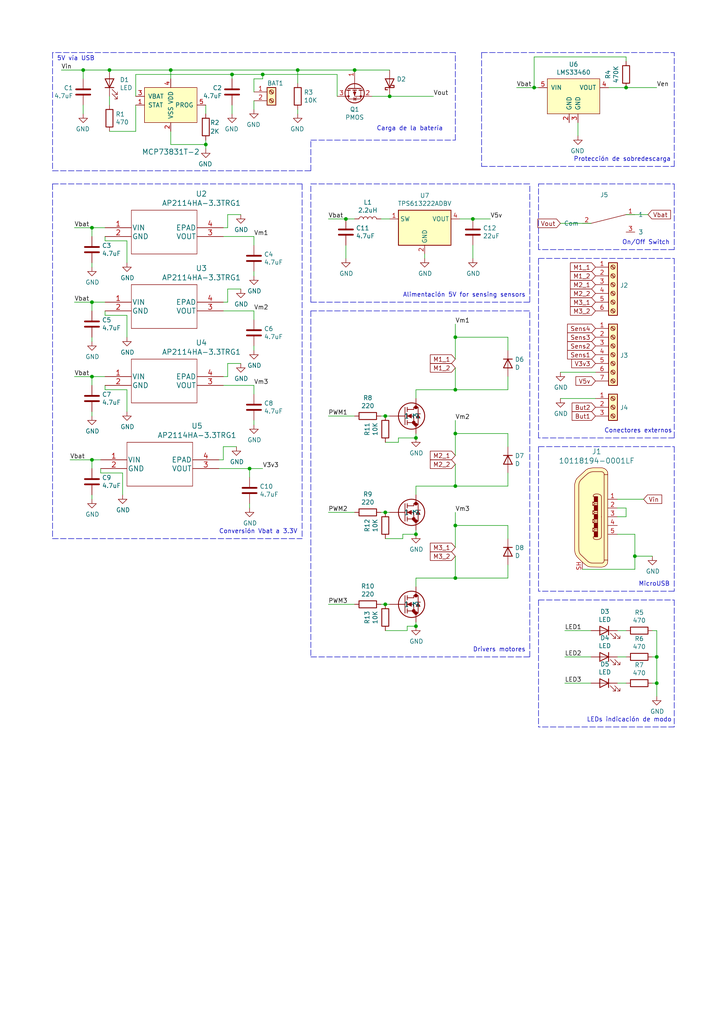
<source format=kicad_sch>
(kicad_sch (version 20210621) (generator eeschema)
  (paper "A4" portrait)
  (title_block (title "Schematics") (date "2021-10-20") (rev "03"))
  (lib_symbols
    (symbol "AP2114HA-3.3TRG1:AP2114HA-3.3TRG1" (pin_names (offset 0.254))
      (property "Reference" "U" (at 27.94 10.16 0))
      (property "Value" "AP2114HA-3.3TRG1" (at 27.94 7.62 0))
      (symbol "AP2114HA-3.3TRG1_1_1"
        (pin input line (at 0 0 0) (length 7.62) (name "VIN") (number "1"))
        (pin power_in line (at 0 -2.54 0) (length 7.62) (name "GND") (number "2"))
        (pin output line (at 34.29 -2.54 180) (length 7.62) (name "VOUT") (number "3"))
        (pin unspecified line (at 34.29 0 180) (length 7.62) (name "EPAD") (number "4"))
      )
    )
    (symbol "Connector:Screw_Terminal_01x02" (pin_names (offset 1.016) hide)
      (property "Reference" "J" (at 0 2.54 0))
      (property "Value" "Screw_Terminal_01x02" (at 0 -5.08 0))
      (symbol "Screw_Terminal_01x02_1_1"
        (pin passive line (at -5.08 0 0) (length 3.81) (name "Pin_1") (number "1"))
        (pin passive line (at -5.08 -2.54 0) (length 3.81) (name "Pin_2") (number "2"))
      )
    )
    (symbol "Connector:Screw_Terminal_01x03" (pin_names (offset 1.016) hide)
      (property "Reference" "J" (at 0 5.08 0))
      (property "Value" "Screw_Terminal_01x03" (at 0 -5.08 0))
      (symbol "Screw_Terminal_01x03_1_1"
        (pin passive line (at -5.08 2.54 0) (length 3.81) (name "Pin_1") (number "1"))
        (pin passive line (at -5.08 0 0) (length 3.81) (name "Pin_2") (number "2"))
        (pin passive line (at -5.08 -2.54 0) (length 3.81) (name "Pin_3") (number "3"))
      )
    )
    (symbol "Connector:Screw_Terminal_01x06" (pin_names (offset 1.016) hide)
      (property "Reference" "J" (at 0 7.62 0))
      (property "Value" "Screw_Terminal_01x06" (at 0 -10.16 0))
      (symbol "Screw_Terminal_01x06_1_1"
        (pin passive line (at -5.08 5.08 0) (length 3.81) (name "Pin_1") (number "1"))
        (pin passive line (at -5.08 2.54 0) (length 3.81) (name "Pin_2") (number "2"))
        (pin passive line (at -5.08 0 0) (length 3.81) (name "Pin_3") (number "3"))
        (pin passive line (at -5.08 -2.54 0) (length 3.81) (name "Pin_4") (number "4"))
        (pin passive line (at -5.08 -5.08 0) (length 3.81) (name "Pin_5") (number "5"))
        (pin passive line (at -5.08 -7.62 0) (length 3.81) (name "Pin_6") (number "6"))
      )
    )
    (symbol "Connector:Screw_Terminal_01x07" (pin_names (offset 1.016) hide)
      (property "Reference" "J" (at 0 10.16 0))
      (property "Value" "Screw_Terminal_01x07" (at 0 -10.16 0))
      (symbol "Screw_Terminal_01x07_1_1"
        (pin passive line (at -5.08 7.62 0) (length 3.81) (name "Pin_1") (number "1"))
        (pin passive line (at -5.08 5.08 0) (length 3.81) (name "Pin_2") (number "2"))
        (pin passive line (at -5.08 2.54 0) (length 3.81) (name "Pin_3") (number "3"))
        (pin passive line (at -5.08 0 0) (length 3.81) (name "Pin_4") (number "4"))
        (pin passive line (at -5.08 -2.54 0) (length 3.81) (name "Pin_5") (number "5"))
        (pin passive line (at -5.08 -5.08 0) (length 3.81) (name "Pin_6") (number "6"))
        (pin passive line (at -5.08 -7.62 0) (length 3.81) (name "Pin_7") (number "7"))
      )
    )
    (symbol "Device:C" (pin_numbers hide) (pin_names (offset 0.254))
      (property "Reference" "C" (at 0.635 2.54 0))
      (property "Value" "C" (at 0.635 -2.54 0))
      (symbol "C_1_1"
        (pin passive line (at 0 3.81 270) (length 2.794) (name "~") (number "1"))
        (pin passive line (at 0 -3.81 90) (length 2.794) (name "~") (number "2"))
      )
    )
    (symbol "Device:D" (pin_numbers hide) (pin_names (offset 1.016) hide)
      (property "Reference" "D" (at 0 2.54 0))
      (property "Value" "D" (at 0 -2.54 0))
      (symbol "D_1_1"
        (pin passive line (at -3.81 0 0) (length 2.54) (name "K") (number "1"))
        (pin passive line (at 3.81 0 180) (length 2.54) (name "A") (number "2"))
      )
    )
    (symbol "Device:D_Schottky" (pin_numbers hide) (pin_names (offset 1.016) hide)
      (property "Reference" "D" (at 0 2.54 0))
      (property "Value" "D_Schottky" (at 0 -2.54 0))
      (symbol "D_Schottky_1_1"
        (pin passive line (at -3.81 0 0) (length 2.54) (name "K") (number "1"))
        (pin passive line (at 3.81 0 180) (length 2.54) (name "A") (number "2"))
      )
    )
    (symbol "Device:L" (pin_numbers hide) (pin_names (offset 1.016) hide)
      (property "Reference" "L" (at -1.27 0 90))
      (property "Value" "L" (at 1.905 0 90))
      (symbol "L_1_1"
        (pin passive line (at 0 3.81 270) (length 1.27) (name "1") (number "1"))
        (pin passive line (at 0 -3.81 90) (length 1.27) (name "2") (number "2"))
      )
    )
    (symbol "Device:LED" (pin_numbers hide) (pin_names (offset 1.016) hide)
      (property "Reference" "D" (at 0 2.54 0))
      (property "Value" "LED" (at 0 -2.54 0))
      (symbol "LED_1_1"
        (pin passive line (at -3.81 0 0) (length 2.54) (name "K") (number "1"))
        (pin passive line (at 3.81 0 180) (length 2.54) (name "A") (number "2"))
      )
    )
    (symbol "Device:Q_PMOS_GSD" (pin_names (offset 0) hide)
      (property "Reference" "Q" (at 5.08 1.27 0))
      (property "Value" "Q_PMOS_GSD" (at 5.08 -1.27 0))
      (symbol "Q_PMOS_GSD_1_1"
        (pin input line (at -5.08 0 0) (length 2.54) (name "G") (number "1"))
        (pin passive line (at 2.54 -5.08 90) (length 2.54) (name "S") (number "2"))
        (pin passive line (at 2.54 5.08 270) (length 2.54) (name "D") (number "3"))
      )
    )
    (symbol "Device:R" (pin_numbers hide) (pin_names (offset 0))
      (property "Reference" "R" (at 2.032 0 90))
      (property "Value" "R" (at 0 0 90))
      (symbol "R_1_1"
        (pin passive line (at 0 3.81 270) (length 1.27) (name "~") (number "1"))
        (pin passive line (at 0 -3.81 90) (length 1.27) (name "~") (number "2"))
      )
    )
    (symbol "IRLML6246TRPBF:IRLML6246TRPBF" (pin_numbers hide) (pin_names (offset 1.524))
      (property "Reference" "MOSFET" (at 11.43 1.905 0))
      (property "Value" "IRLML6246TRPBF" (at 11.43 -5.08 0))
      (symbol "IRLML6246TRPBF_1_1"
        (pin unspecified line (at 0 0 0) (length 2.54) (name "1") (number "1"))
        (pin unspecified line (at 7.62 -5.08 90) (length 2.54) (name "2") (number "2"))
        (pin unspecified line (at 7.62 5.08 270) (length 2.54) (name "3") (number "3"))
      )
    )
    (symbol "Regulator_Switching:TPS613222ADBV"
      (property "Reference" "U" (at -7.62 6.35 0))
      (property "Value" "TPS613222ADBV" (at 2.54 6.35 0))
      (symbol "TPS613222ADBV_1_1"
        (pin power_in line (at -10.16 2.54 0) (length 2.54) (name "SW") (number "1"))
        (pin power_in line (at 0 -7.62 90) (length 2.54) (name "GND") (number "2"))
        (pin no_connect line (at -7.62 -2.54 0) (length 2.54) hide (name "NC") (number "3"))
        (pin power_out line (at 10.16 2.54 180) (length 2.54) (name "VOUT") (number "4"))
        (pin no_connect line (at 7.62 -2.54 180) (length 2.54) hide (name "NC") (number "5"))
      )
    )
    (symbol "dk_PMIC-Battery-Chargers:MCP73831T-2DCI_OT" (pin_names (offset 1.016))
      (property "Reference" "U" (at -5.08 3.556 0))
      (property "Value" "MCP73831T-2DCI_OT" (at 0.254 -8.89 0))
      (symbol "MCP73831T-2DCI_OT_1_1"
        (pin output line (at 10.16 -2.54 180) (length 2.54) (name "STAT") (number "1"))
        (pin power_in line (at 0 -10.16 90) (length 2.54) (name "VSS") (number "2"))
        (pin power_out line (at 10.16 0 180) (length 2.54) (name "VBAT") (number "3"))
        (pin power_in line (at 0 5.08 270) (length 2.54) (name "VDD") (number "4"))
        (pin input line (at -10.16 -2.54 0) (length 2.54) (name "PROG") (number "5"))
      )
    )
    (symbol "dk_Slide-Switches:MiniSlideSwitch" (pin_names (offset 1.016))
      (property "Reference" "U" (at 0 5.08 0))
      (property "Value" "MiniSlideSwitch" (at 0 -6.35 0))
      (symbol "MiniSlideSwitch_1_1"
        (pin input line (at 5.08 2.54 0) (length 2.54) (name "1") (number "1"))
        (pin input line (at -5.08 0 180) (length 2.54) (name "Com") (number "2"))
        (pin input line (at 5.08 -2.54 0) (length 2.54) (name "3") (number "3"))
      )
    )
    (symbol "dk_USB-DVI-HDMI-Connectors:10118194-0001LF" (pin_names (offset 1.016))
      (property "Reference" "J" (at -4.445 15.24 0))
      (property "Value" "10118194-0001LF" (at -6.35 -7.62 90))
      (symbol "10118194-0001LF_1_1"
        (pin passive line (at 7.62 5.08 180) (length 2.794) (name "~") (number "1"))
        (pin passive line (at 7.62 2.54 180) (length 2.794) (name "~") (number "2"))
        (pin passive line (at 7.62 0 180) (length 2.794) (name "~") (number "3"))
        (pin passive line (at 7.62 -2.54 180) (length 2.794) (name "~") (number "4"))
        (pin passive line (at 7.62 -5.08 180) (length 2.794) (name "~") (number "5"))
        (pin passive line (at -2.54 -15.24 90) (length 2.032) (name "~") (number "SH"))
      )
    )
    (symbol "eROS-rescue:LMS33460-LMS33460" (pin_names (offset 1.016))
      (property "Reference" "U" (at 0 10.16 0))
      (property "Value" "LMS33460-LMS33460" (at 0 7.62 0))
      (symbol "LMS33460-LMS33460_1_1"
        (pin no_connect line (at 10.16 1.27 180) (length 2.54) hide (name "NC") (number "1"))
        (pin power_in line (at -1.27 -6.35 90) (length 2.54) (name "GND") (number "2"))
        (pin power_in line (at 1.27 -6.35 90) (length 2.54) (name "GND") (number "3"))
        (pin open_collector line (at 10.16 3.81 180) (length 2.54) (name "VOUT") (number "4"))
        (pin input line (at -10.16 3.81 0) (length 2.54) (name "VIN") (number "5"))
      )
    )
    (symbol "power:GND" (power) (pin_names (offset 0))
      (property "Value" "GND" (at 0 -3.81 0))
      (symbol "GND_1_1"
        (pin power_in line (at 0 0 270) (length 0) hide (name "GND") (number "1"))
      )
    )
  )
  (junction (at 24.13 20.32))
  (junction (at 26.67 66.04))
  (junction (at 26.67 87.63))
  (junction (at 26.67 109.22))
  (junction (at 26.67 133.35))
  (junction (at 31.75 20.32))
  (junction (at 49.53 20.32))
  (junction (at 59.69 41.91))
  (junction (at 67.31 21.59))
  (junction (at 72.39 135.89))
  (junction (at 76.2 21.59))
  (junction (at 86.36 20.32))
  (junction (at 100.33 63.5))
  (junction (at 102.87 20.32))
  (junction (at 111.76 120.65))
  (junction (at 111.76 148.59))
  (junction (at 111.76 175.26))
  (junction (at 113.03 27.94))
  (junction (at 120.65 127))
  (junction (at 120.65 154.94))
  (junction (at 120.65 181.61))
  (junction (at 132.08 97.79))
  (junction (at 132.08 113.03))
  (junction (at 132.08 125.73))
  (junction (at 132.08 140.97))
  (junction (at 132.08 152.4))
  (junction (at 132.08 167.64))
  (junction (at 137.16 63.5))
  (junction (at 154.94 25.4))
  (junction (at 181.61 25.4))
  (junction (at 184.15 161.29))
  (junction (at 190.5 190.5))
  (junction (at 190.5 198.12))
  (wire (pts (xy 17.78 20.32) (xy 24.13 20.32)))
  (wire (pts (xy 20.32 133.35) (xy 26.67 133.35)))
  (wire (pts (xy 21.59 66.04) (xy 26.67 66.04)))
  (wire (pts (xy 21.59 87.63) (xy 26.67 87.63)))
  (wire (pts (xy 21.59 109.22) (xy 26.67 109.22)))
  (wire (pts (xy 24.13 20.32) (xy 31.75 20.32)))
  (wire (pts (xy 24.13 22.86) (xy 24.13 20.32)))
  (wire (pts (xy 24.13 33.02) (xy 24.13 30.48)))
  (wire (pts (xy 26.67 66.04) (xy 30.48 66.04)))
  (wire (pts (xy 26.67 68.58) (xy 26.67 66.04)))
  (wire (pts (xy 26.67 77.47) (xy 26.67 76.2)))
  (wire (pts (xy 26.67 87.63) (xy 30.48 87.63)))
  (wire (pts (xy 26.67 90.17) (xy 26.67 87.63)))
  (wire (pts (xy 26.67 99.06) (xy 26.67 97.79)))
  (wire (pts (xy 26.67 109.22) (xy 30.48 109.22)))
  (wire (pts (xy 26.67 111.76) (xy 26.67 109.22)))
  (wire (pts (xy 26.67 120.65) (xy 26.67 119.38)))
  (wire (pts (xy 26.67 133.35) (xy 29.21 133.35)))
  (wire (pts (xy 26.67 135.89) (xy 26.67 133.35)))
  (wire (pts (xy 26.67 144.78) (xy 26.67 143.51)))
  (wire (pts (xy 29.21 135.89) (xy 29.21 137.16)))
  (wire (pts (xy 29.21 137.16) (xy 35.56 137.16)))
  (wire (pts (xy 30.48 68.58) (xy 30.48 69.85)))
  (wire (pts (xy 30.48 69.85) (xy 36.83 69.85)))
  (wire (pts (xy 30.48 90.17) (xy 30.48 91.44)))
  (wire (pts (xy 30.48 91.44) (xy 36.83 91.44)))
  (wire (pts (xy 30.48 111.76) (xy 30.48 113.03)))
  (wire (pts (xy 30.48 113.03) (xy 36.83 113.03)))
  (wire (pts (xy 31.75 20.32) (xy 49.53 20.32)))
  (wire (pts (xy 31.75 27.94) (xy 31.75 30.48)))
  (wire (pts (xy 31.75 38.1) (xy 39.37 38.1)))
  (wire (pts (xy 35.56 137.16) (xy 35.56 143.51)))
  (wire (pts (xy 36.83 69.85) (xy 36.83 76.2)))
  (wire (pts (xy 36.83 91.44) (xy 36.83 97.79)))
  (wire (pts (xy 36.83 113.03) (xy 36.83 119.38)))
  (wire (pts (xy 39.37 21.59) (xy 39.37 27.94)))
  (wire (pts (xy 39.37 38.1) (xy 39.37 30.48)))
  (wire (pts (xy 49.53 20.32) (xy 86.36 20.32)))
  (wire (pts (xy 49.53 22.86) (xy 49.53 20.32)))
  (wire (pts (xy 49.53 38.1) (xy 49.53 41.91)))
  (wire (pts (xy 49.53 41.91) (xy 59.69 41.91)))
  (wire (pts (xy 59.69 30.48) (xy 59.69 33.02)))
  (wire (pts (xy 59.69 40.64) (xy 59.69 41.91)))
  (wire (pts (xy 59.69 41.91) (xy 59.69 43.18)))
  (wire (pts (xy 63.5 135.89) (xy 72.39 135.89)))
  (wire (pts (xy 64.77 66.04) (xy 66.04 66.04)))
  (wire (pts (xy 64.77 68.58) (xy 73.66 68.58)))
  (wire (pts (xy 64.77 90.17) (xy 73.66 90.17)))
  (wire (pts (xy 64.77 111.76) (xy 73.66 111.76)))
  (wire (pts (xy 64.77 129.54) (xy 68.58 129.54)))
  (wire (pts (xy 64.77 133.35) (xy 63.5 133.35)))
  (wire (pts (xy 64.77 133.35) (xy 64.77 129.54)))
  (wire (pts (xy 66.04 62.23) (xy 69.85 62.23)))
  (wire (pts (xy 66.04 66.04) (xy 66.04 62.23)))
  (wire (pts (xy 66.04 83.82) (xy 69.85 83.82)))
  (wire (pts (xy 66.04 87.63) (xy 64.77 87.63)))
  (wire (pts (xy 66.04 87.63) (xy 66.04 83.82)))
  (wire (pts (xy 66.04 105.41) (xy 69.85 105.41)))
  (wire (pts (xy 66.04 109.22) (xy 64.77 109.22)))
  (wire (pts (xy 66.04 109.22) (xy 66.04 105.41)))
  (wire (pts (xy 67.31 21.59) (xy 39.37 21.59)))
  (wire (pts (xy 67.31 21.59) (xy 67.31 22.86)))
  (wire (pts (xy 67.31 21.59) (xy 76.2 21.59)))
  (wire (pts (xy 67.31 30.48) (xy 67.31 33.02)))
  (wire (pts (xy 72.39 135.89) (xy 76.2 135.89)))
  (wire (pts (xy 72.39 138.43) (xy 72.39 135.89)))
  (wire (pts (xy 72.39 147.32) (xy 72.39 146.05)))
  (wire (pts (xy 73.66 22.86) (xy 73.66 26.67)))
  (wire (pts (xy 73.66 31.75) (xy 73.66 29.21)))
  (wire (pts (xy 73.66 71.12) (xy 73.66 68.58)))
  (wire (pts (xy 73.66 80.01) (xy 73.66 78.74)))
  (wire (pts (xy 73.66 92.71) (xy 73.66 90.17)))
  (wire (pts (xy 73.66 101.6) (xy 73.66 100.33)))
  (wire (pts (xy 73.66 114.3) (xy 73.66 111.76)))
  (wire (pts (xy 73.66 123.19) (xy 73.66 121.92)))
  (wire (pts (xy 76.2 21.59) (xy 76.2 22.86)))
  (wire (pts (xy 76.2 22.86) (xy 73.66 22.86)))
  (wire (pts (xy 86.36 20.32) (xy 86.36 24.13)))
  (wire (pts (xy 86.36 20.32) (xy 102.87 20.32)))
  (wire (pts (xy 86.36 31.75) (xy 86.36 33.02)))
  (wire (pts (xy 95.25 63.5) (xy 100.33 63.5)))
  (wire (pts (xy 95.25 120.65) (xy 102.87 120.65)))
  (wire (pts (xy 95.25 148.59) (xy 102.87 148.59)))
  (wire (pts (xy 95.25 175.26) (xy 102.87 175.26)))
  (wire (pts (xy 97.79 21.59) (xy 76.2 21.59)))
  (wire (pts (xy 97.79 27.94) (xy 97.79 21.59)))
  (wire (pts (xy 100.33 63.5) (xy 102.87 63.5)))
  (wire (pts (xy 100.33 71.12) (xy 100.33 74.93)))
  (wire (pts (xy 107.95 27.94) (xy 113.03 27.94)))
  (wire (pts (xy 110.49 63.5) (xy 113.03 63.5)))
  (wire (pts (xy 110.49 120.65) (xy 111.76 120.65)))
  (wire (pts (xy 110.49 148.59) (xy 111.76 148.59)))
  (wire (pts (xy 110.49 175.26) (xy 111.76 175.26)))
  (wire (pts (xy 111.76 120.65) (xy 113.03 120.65)))
  (wire (pts (xy 111.76 128.27) (xy 115.57 128.27)))
  (wire (pts (xy 111.76 148.59) (xy 113.03 148.59)))
  (wire (pts (xy 111.76 156.21) (xy 116.84 156.21)))
  (wire (pts (xy 111.76 175.26) (xy 113.03 175.26)))
  (wire (pts (xy 111.76 182.88) (xy 118.11 182.88)))
  (wire (pts (xy 113.03 20.32) (xy 102.87 20.32)))
  (wire (pts (xy 113.03 27.94) (xy 125.73 27.94)))
  (wire (pts (xy 115.57 127) (xy 120.65 127)))
  (wire (pts (xy 115.57 128.27) (xy 115.57 127)))
  (wire (pts (xy 116.84 154.94) (xy 120.65 154.94)))
  (wire (pts (xy 116.84 156.21) (xy 116.84 154.94)))
  (wire (pts (xy 118.11 181.61) (xy 120.65 181.61)))
  (wire (pts (xy 118.11 182.88) (xy 118.11 181.61)))
  (wire (pts (xy 120.65 113.03) (xy 120.65 115.57)))
  (wire (pts (xy 120.65 125.73) (xy 120.65 127)))
  (wire (pts (xy 120.65 140.97) (xy 120.65 143.51)))
  (wire (pts (xy 120.65 153.67) (xy 120.65 154.94)))
  (wire (pts (xy 120.65 167.64) (xy 120.65 170.18)))
  (wire (pts (xy 120.65 180.34) (xy 120.65 181.61)))
  (wire (pts (xy 123.19 73.66) (xy 123.19 74.93)))
  (wire (pts (xy 132.08 93.98) (xy 132.08 97.79)))
  (wire (pts (xy 132.08 97.79) (xy 132.08 104.14)))
  (wire (pts (xy 132.08 106.68) (xy 132.08 113.03)))
  (wire (pts (xy 132.08 113.03) (xy 120.65 113.03)))
  (wire (pts (xy 132.08 113.03) (xy 147.32 113.03)))
  (wire (pts (xy 132.08 121.92) (xy 132.08 125.73)))
  (wire (pts (xy 132.08 125.73) (xy 132.08 132.08)))
  (wire (pts (xy 132.08 134.62) (xy 132.08 140.97)))
  (wire (pts (xy 132.08 140.97) (xy 120.65 140.97)))
  (wire (pts (xy 132.08 140.97) (xy 147.32 140.97)))
  (wire (pts (xy 132.08 148.59) (xy 132.08 152.4)))
  (wire (pts (xy 132.08 152.4) (xy 132.08 158.75)))
  (wire (pts (xy 132.08 161.29) (xy 132.08 167.64)))
  (wire (pts (xy 132.08 167.64) (xy 120.65 167.64)))
  (wire (pts (xy 132.08 167.64) (xy 147.32 167.64)))
  (wire (pts (xy 137.16 63.5) (xy 133.35 63.5)))
  (wire (pts (xy 137.16 63.5) (xy 142.24 63.5)))
  (wire (pts (xy 137.16 74.93) (xy 137.16 71.12)))
  (wire (pts (xy 147.32 97.79) (xy 132.08 97.79)))
  (wire (pts (xy 147.32 101.6) (xy 147.32 97.79)))
  (wire (pts (xy 147.32 109.22) (xy 147.32 113.03)))
  (wire (pts (xy 147.32 125.73) (xy 132.08 125.73)))
  (wire (pts (xy 147.32 129.54) (xy 147.32 125.73)))
  (wire (pts (xy 147.32 137.16) (xy 147.32 140.97)))
  (wire (pts (xy 147.32 152.4) (xy 132.08 152.4)))
  (wire (pts (xy 147.32 156.21) (xy 147.32 152.4)))
  (wire (pts (xy 147.32 163.83) (xy 147.32 167.64)))
  (wire (pts (xy 149.86 25.4) (xy 154.94 25.4)))
  (wire (pts (xy 154.94 16.51) (xy 154.94 25.4)))
  (wire (pts (xy 154.94 16.51) (xy 181.61 16.51)))
  (wire (pts (xy 154.94 25.4) (xy 156.21 25.4)))
  (wire (pts (xy 162.56 107.95) (xy 172.72 107.95)))
  (wire (pts (xy 162.56 115.57) (xy 172.72 115.57)))
  (wire (pts (xy 163.83 182.88) (xy 171.45 182.88)))
  (wire (pts (xy 163.83 190.5) (xy 171.45 190.5)))
  (wire (pts (xy 163.83 198.12) (xy 171.45 198.12)))
  (wire (pts (xy 167.64 35.56) (xy 167.64 39.37)))
  (wire (pts (xy 168.91 165.1) (xy 184.15 165.1)))
  (wire (pts (xy 171.45 64.77) (xy 162.56 64.77)))
  (wire (pts (xy 176.53 25.4) (xy 181.61 25.4)))
  (wire (pts (xy 179.07 144.78) (xy 186.69 144.78)))
  (wire (pts (xy 179.07 147.32) (xy 181.61 147.32)))
  (wire (pts (xy 179.07 154.94) (xy 184.15 154.94)))
  (wire (pts (xy 179.07 182.88) (xy 181.61 182.88)))
  (wire (pts (xy 179.07 190.5) (xy 181.61 190.5)))
  (wire (pts (xy 179.07 198.12) (xy 181.61 198.12)))
  (wire (pts (xy 181.61 17.78) (xy 181.61 16.51)))
  (wire (pts (xy 181.61 25.4) (xy 190.5 25.4)))
  (wire (pts (xy 181.61 147.32) (xy 181.61 149.86)))
  (wire (pts (xy 181.61 149.86) (xy 179.07 149.86)))
  (wire (pts (xy 184.15 154.94) (xy 184.15 161.29)))
  (wire (pts (xy 184.15 161.29) (xy 189.23 161.29)))
  (wire (pts (xy 184.15 165.1) (xy 184.15 161.29)))
  (wire (pts (xy 187.96 62.23) (xy 181.61 62.23)))
  (wire (pts (xy 189.23 190.5) (xy 190.5 190.5)))
  (wire (pts (xy 189.23 198.12) (xy 190.5 198.12)))
  (wire (pts (xy 190.5 182.88) (xy 189.23 182.88)))
  (wire (pts (xy 190.5 182.88) (xy 190.5 190.5)))
  (wire (pts (xy 190.5 190.5) (xy 190.5 198.12)))
  (wire (pts (xy 190.5 198.12) (xy 190.5 201.93)))
  (polyline (pts (xy 15.24 15.24) (xy 15.24 49.53)))
  (polyline (pts (xy 15.24 49.53) (xy 90.17 49.53)))
  (polyline (pts (xy 15.24 53.34) (xy 15.24 156.21)))
  (polyline (pts (xy 15.24 53.34) (xy 87.63 53.34)))
  (polyline (pts (xy 15.24 156.21) (xy 87.63 156.21)))
  (polyline (pts (xy 87.63 53.34) (xy 87.63 156.21)))
  (polyline (pts (xy 90.17 40.64) (xy 132.08 40.64)))
  (polyline (pts (xy 90.17 49.53) (xy 90.17 40.64)))
  (polyline (pts (xy 90.17 53.34) (xy 153.67 53.34)))
  (polyline (pts (xy 90.17 87.63) (xy 90.17 53.34)))
  (polyline (pts (xy 90.17 87.63) (xy 153.67 87.63)))
  (polyline (pts (xy 90.17 90.17) (xy 90.17 190.5)))
  (polyline (pts (xy 90.17 90.17) (xy 153.67 90.17)))
  (polyline (pts (xy 90.17 190.5) (xy 153.67 190.5)))
  (polyline (pts (xy 132.08 15.24) (xy 15.24 15.24)))
  (polyline (pts (xy 132.08 40.64) (xy 132.08 15.24)))
  (polyline (pts (xy 139.7 15.24) (xy 139.7 48.26)))
  (polyline (pts (xy 139.7 15.24) (xy 195.58 15.24)))
  (polyline (pts (xy 139.7 48.26) (xy 195.58 48.26)))
  (polyline (pts (xy 153.67 87.63) (xy 153.67 53.34)))
  (polyline (pts (xy 153.67 190.5) (xy 153.67 90.17)))
  (polyline (pts (xy 156.21 53.34) (xy 195.58 53.34)))
  (polyline (pts (xy 156.21 72.39) (xy 156.21 53.34)))
  (polyline (pts (xy 156.21 74.93) (xy 195.58 74.93)))
  (polyline (pts (xy 156.21 127) (xy 156.21 74.93)))
  (polyline (pts (xy 156.21 129.54) (xy 156.21 171.45)))
  (polyline (pts (xy 156.21 129.54) (xy 195.58 129.54)))
  (polyline (pts (xy 156.21 173.99) (xy 156.21 210.82)))
  (polyline (pts (xy 156.21 173.99) (xy 195.58 173.99)))
  (polyline (pts (xy 195.58 48.26) (xy 195.58 15.24)))
  (polyline (pts (xy 195.58 53.34) (xy 195.58 72.39)))
  (polyline (pts (xy 195.58 72.39) (xy 156.21 72.39)))
  (polyline (pts (xy 195.58 74.93) (xy 195.58 127)))
  (polyline (pts (xy 195.58 127) (xy 156.21 127)))
  (polyline (pts (xy 195.58 129.54) (xy 195.58 171.45)))
  (polyline (pts (xy 195.58 171.45) (xy 156.21 171.45)))
  (polyline (pts (xy 195.58 173.99) (xy 195.58 210.82)))
  (polyline (pts (xy 195.58 210.82) (xy 156.21 210.82)))
  (text "5V vía USB" (at 16.51 17.78 0) (effects (font (size 1.27 1.27)) (justify left bottom)))
  (text "Conversión Vbat a 3.3V" (at 63.5 154.94 0) (effects (font (size 1.27 1.27)) (justify left bottom)))
  (text "Carga de la batería" (at 109.22 38.1 0) (effects (font (size 1.27 1.27)) (justify left bottom)))
  (text "Alimentación 5V for sensing sensors" (at 116.84 86.36 0) (effects (font (size 1.27 1.27)) (justify left bottom)))
  (text "Drivers motores" (at 137.16 189.23 0) (effects (font (size 1.27 1.27)) (justify left bottom)))
  (text "Protección de sobredescarga" (at 166.37 46.99 0) (effects (font (size 1.27 1.27)) (justify left bottom)))
  (text "LEDs indicación de modo" (at 170.18 209.55 0) (effects (font (size 1.27 1.27)) (justify left bottom)))
  (text "Conectores externos" (at 175.26 125.73 0) (effects (font (size 1.27 1.27)) (justify left bottom)))
  (text "On/Off Switch" (at 194.31 71.12 180) (effects (font (size 1.27 1.27)) (justify right bottom)))
  (text "MicroUSB" (at 194.31 170.18 180) (effects (font (size 1.27 1.27)) (justify right bottom)))
  (label "Vin" (at 17.78 20.32 0))
  (label "Vbat" (at 20.32 133.35 0))
  (label "Vbat" (at 21.59 66.04 0))
  (label "Vbat" (at 21.59 87.63 0))
  (label "Vbat" (at 21.59 109.22 0))
  (label "Vm1" (at 73.66 68.58 0))
  (label "Vm2" (at 73.66 90.17 0))
  (label "Vm3" (at 73.66 111.76 0))
  (label "V3v3" (at 76.2 135.89 0))
  (label "Vbat" (at 95.25 63.5 0))
  (label "PWM1" (at 95.25 120.65 0))
  (label "PWM2" (at 95.25 148.59 0))
  (label "PWM3" (at 95.25 175.26 0))
  (label "Vout" (at 125.73 27.94 0))
  (label "Vm1" (at 132.08 93.98 0))
  (label "Vm2" (at 132.08 121.92 0))
  (label "Vm3" (at 132.08 148.59 0))
  (label "V5v" (at 142.24 63.5 0))
  (label "Vbat" (at 149.86 25.4 0))
  (label "LED1" (at 163.83 182.88 0))
  (label "LED2" (at 163.83 190.5 0))
  (label "LED3" (at 163.83 198.12 0))
  (label "Ven" (at 190.5 25.4 0))
  (global_label "M1_1" (shape input) (at 132.08 104.14 180) (property "Intersheet References" "${INTERSHEET_REFS}" (effects hide)))
  (global_label "M1_2" (shape input) (at 132.08 106.68 180) (property "Intersheet References" "${INTERSHEET_REFS}" (effects hide)))
  (global_label "M2_1" (shape input) (at 132.08 132.08 180) (property "Intersheet References" "${INTERSHEET_REFS}" (effects hide)))
  (global_label "M2_2" (shape input) (at 132.08 134.62 180) (property "Intersheet References" "${INTERSHEET_REFS}" (effects hide)))
  (global_label "M3_1" (shape input) (at 132.08 158.75 180) (property "Intersheet References" "${INTERSHEET_REFS}" (effects hide)))
  (global_label "M3_2" (shape input) (at 132.08 161.29 180) (property "Intersheet References" "${INTERSHEET_REFS}" (effects hide)))
  (global_label "Vout" (shape input) (at 162.56 64.77 180) (property "Intersheet References" "${INTERSHEET_REFS}" (effects hide)))
  (global_label "M1_1" (shape input) (at 172.72 77.47 180) (property "Intersheet References" "${INTERSHEET_REFS}" (effects hide)))
  (global_label "M1_2" (shape input) (at 172.72 80.01 180) (property "Intersheet References" "${INTERSHEET_REFS}" (effects hide)))
  (global_label "M2_1" (shape input) (at 172.72 82.55 180) (property "Intersheet References" "${INTERSHEET_REFS}" (effects hide)))
  (global_label "M2_2" (shape input) (at 172.72 85.09 180) (property "Intersheet References" "${INTERSHEET_REFS}" (effects hide)))
  (global_label "M3_1" (shape input) (at 172.72 87.63 180) (property "Intersheet References" "${INTERSHEET_REFS}" (effects hide)))
  (global_label "M3_2" (shape input) (at 172.72 90.17 180) (property "Intersheet References" "${INTERSHEET_REFS}" (effects hide)))
  (global_label "Sens4" (shape input) (at 172.72 95.25 180) (property "Intersheet References" "${INTERSHEET_REFS}" (effects hide)))
  (global_label "Sens3" (shape input) (at 172.72 97.79 180) (property "Intersheet References" "${INTERSHEET_REFS}" (effects hide)))
  (global_label "Sens2" (shape input) (at 172.72 100.33 180) (property "Intersheet References" "${INTERSHEET_REFS}" (effects hide)))
  (global_label "Sens1" (shape input) (at 172.72 102.87 180) (property "Intersheet References" "${INTERSHEET_REFS}" (effects hide)))
  (global_label "V3v3" (shape input) (at 172.72 105.41 180) (property "Intersheet References" "${INTERSHEET_REFS}" (effects hide)))
  (global_label "V5v" (shape input) (at 172.72 110.49 180) (property "Intersheet References" "${INTERSHEET_REFS}" (effects hide)))
  (global_label "But2" (shape input) (at 172.72 118.11 180) (property "Intersheet References" "${INTERSHEET_REFS}" (effects hide)))
  (global_label "But1" (shape input) (at 172.72 120.65 180) (property "Intersheet References" "${INTERSHEET_REFS}" (effects hide)))
  (global_label "Vin" (shape input) (at 186.69 144.78 0) (property "Intersheet References" "${INTERSHEET_REFS}" (effects hide)))
  (global_label "Vbat" (shape input) (at 187.96 62.23 0) (property "Intersheet References" "${INTERSHEET_REFS}" (effects hide)))
  (symbol (lib_id "power:GND") (at 24.13 33.02 0) (mirror y) (unit 1)
    (property "Reference" "#PWR0107" (effects hide))
    (property "Value" "GND" (at 24.003 37.4142 0))
  )
  (symbol (lib_id "power:GND") (at 26.67 77.47 0) (unit 1)
    (property "Reference" "#PWR0101" (effects hide))
    (property "Value" "GND" (at 26.797 81.8642 0))
  )
  (symbol (lib_id "power:GND") (at 26.67 99.06 0) (unit 1)
    (property "Reference" "#PWR0117" (effects hide))
    (property "Value" "GND" (at 26.797 103.4542 0))
  )
  (symbol (lib_id "power:GND") (at 26.67 120.65 0) (unit 1)
    (property "Reference" "#PWR0121" (effects hide))
    (property "Value" "GND" (at 26.797 125.0442 0))
  )
  (symbol (lib_id "power:GND") (at 26.67 144.78 0) (unit 1)
    (property "Reference" "#PWR0127" (effects hide))
    (property "Value" "GND" (at 26.797 149.1742 0))
  )
  (symbol (lib_id "power:GND") (at 35.56 143.51 0) (unit 1)
    (property "Reference" "#PWR0128" (effects hide))
    (property "Value" "GND" (at 35.687 147.9042 0))
  )
  (symbol (lib_id "power:GND") (at 36.83 76.2 0) (unit 1)
    (property "Reference" "#PWR0102" (effects hide))
    (property "Value" "GND" (at 36.957 80.5942 0))
  )
  (symbol (lib_id "power:GND") (at 36.83 97.79 0) (unit 1)
    (property "Reference" "#PWR0118" (effects hide))
    (property "Value" "GND" (at 36.957 102.1842 0))
  )
  (symbol (lib_id "power:GND") (at 36.83 119.38 0) (unit 1)
    (property "Reference" "#PWR0122" (effects hide))
    (property "Value" "GND" (at 36.957 123.7742 0))
  )
  (symbol (lib_id "power:GND") (at 59.69 43.18 0) (mirror y) (unit 1)
    (property "Reference" "#PWR0125" (effects hide))
    (property "Value" "GND" (at 59.563 47.5742 0))
  )
  (symbol (lib_id "power:GND") (at 67.31 33.02 0) (mirror y) (unit 1)
    (property "Reference" "#PWR0108" (effects hide))
    (property "Value" "GND" (at 67.183 37.4142 0))
  )
  (symbol (lib_id "power:GND") (at 68.58 129.54 0) (unit 1)
    (property "Reference" "#PWR0129" (effects hide))
    (property "Value" "GND" (at 68.707 133.9342 0))
  )
  (symbol (lib_id "power:GND") (at 69.85 62.23 0) (unit 1)
    (property "Reference" "#PWR0116" (effects hide))
    (property "Value" "GND" (at 69.977 66.6242 0))
  )
  (symbol (lib_id "power:GND") (at 69.85 83.82 0) (unit 1)
    (property "Reference" "#PWR0120" (effects hide))
    (property "Value" "GND" (at 69.977 88.2142 0))
  )
  (symbol (lib_id "power:GND") (at 69.85 105.41 0) (unit 1)
    (property "Reference" "#PWR0123" (effects hide))
    (property "Value" "GND" (at 69.977 109.8042 0))
  )
  (symbol (lib_id "power:GND") (at 72.39 147.32 0) (unit 1)
    (property "Reference" "#PWR0130" (effects hide))
    (property "Value" "GND" (at 72.517 151.7142 0))
  )
  (symbol (lib_id "power:GND") (at 73.66 31.75 0) (mirror y) (unit 1)
    (property "Reference" "#PWR0109" (effects hide))
    (property "Value" "GND" (at 73.533 36.1442 0))
  )
  (symbol (lib_id "power:GND") (at 73.66 80.01 0) (unit 1)
    (property "Reference" "#PWR0103" (effects hide))
    (property "Value" "GND" (at 73.787 84.4042 0))
  )
  (symbol (lib_id "power:GND") (at 73.66 101.6 0) (unit 1)
    (property "Reference" "#PWR0119" (effects hide))
    (property "Value" "GND" (at 73.787 105.9942 0))
  )
  (symbol (lib_id "power:GND") (at 73.66 123.19 0) (unit 1)
    (property "Reference" "#PWR0124" (effects hide))
    (property "Value" "GND" (at 73.787 127.5842 0))
  )
  (symbol (lib_id "power:GND") (at 86.36 33.02 0) (mirror y) (unit 1)
    (property "Reference" "#PWR0110" (effects hide))
    (property "Value" "GND" (at 86.233 37.4142 0))
  )
  (symbol (lib_id "power:GND") (at 100.33 74.93 0) (unit 1)
    (property "Reference" "#PWR0112" (effects hide))
    (property "Value" "GND" (at 100.457 79.3242 0))
  )
  (symbol (lib_id "power:GND") (at 120.65 127 0) (unit 1)
    (property "Reference" "#PWR0104" (effects hide))
    (property "Value" "GND" (at 120.777 131.3942 0))
  )
  (symbol (lib_id "power:GND") (at 120.65 154.94 0) (unit 1)
    (property "Reference" "#PWR0105" (effects hide))
    (property "Value" "GND" (at 120.777 159.3342 0))
  )
  (symbol (lib_id "power:GND") (at 120.65 181.61 0) (unit 1)
    (property "Reference" "#PWR0106" (effects hide))
    (property "Value" "GND" (at 120.777 186.0042 0))
  )
  (symbol (lib_id "power:GND") (at 123.19 74.93 0) (unit 1)
    (property "Reference" "#PWR0113" (effects hide))
    (property "Value" "GND" (at 123.317 79.3242 0))
  )
  (symbol (lib_id "power:GND") (at 137.16 74.93 0) (unit 1)
    (property "Reference" "#PWR0114" (effects hide))
    (property "Value" "GND" (at 137.287 79.3242 0))
  )
  (symbol (lib_id "power:GND") (at 162.56 107.95 0) (unit 1)
    (property "Reference" "#PWR0131" (effects hide))
    (property "Value" "GND" (at 162.687 112.3442 0))
  )
  (symbol (lib_id "power:GND") (at 162.56 115.57 0) (unit 1)
    (property "Reference" "#PWR0132" (effects hide))
    (property "Value" "GND" (at 162.687 119.9642 0))
  )
  (symbol (lib_id "power:GND") (at 167.64 39.37 0) (mirror y) (unit 1)
    (property "Reference" "#PWR0111" (effects hide))
    (property "Value" "GND" (at 167.513 43.7642 0))
  )
  (symbol (lib_id "power:GND") (at 189.23 161.29 0) (unit 1)
    (property "Reference" "#PWR0126" (effects hide))
    (property "Value" "GND" (at 189.357 165.6842 0))
  )
  (symbol (lib_id "power:GND") (at 190.5 201.93 0) (unit 1)
    (property "Reference" "#PWR0115" (effects hide))
    (property "Value" "GND" (at 190.627 206.3242 0))
  )
  (symbol (lib_id "Device:L") (at 106.68 63.5 90) (unit 1)
    (property "Reference" "L1" (at 106.68 58.674 90))
    (property "Value" "2.2uH" (at 106.68 60.9854 90))
    (property "Footprint" "Inductor_SMD:L_1008_2520Metric_Pad1.43x2.20mm_HandSolder" (effects hide))
  )
  (symbol (lib_id "Device:R") (at 31.75 34.29 0) (unit 1)
    (property "Reference" "R1" (at 33.528 33.1216 0) (effects (justify left)))
    (property "Value" "470" (at 33.528 35.433 0) (effects (justify left)))
    (property "Footprint" "Resistor_SMD:R_0805_2012Metric_Pad1.20x1.40mm_HandSolder" (effects hide))
  )
  (symbol (lib_id "Device:R") (at 59.69 36.83 0) (mirror y) (unit 1)
    (property "Reference" "R2" (at 60.96 35.56 0) (effects (justify right)))
    (property "Value" "2K" (at 60.96 38.1 0) (effects (justify right)))
    (property "Footprint" "Resistor_SMD:R_0805_2012Metric_Pad1.20x1.40mm_HandSolder" (effects hide))
  )
  (symbol (lib_id "Device:R") (at 86.36 27.94 0) (unit 1)
    (property "Reference" "R3" (at 88.138 26.7716 0) (effects (justify left)))
    (property "Value" "10K" (at 88.138 29.083 0) (effects (justify left)))
    (property "Footprint" "Resistor_SMD:R_0805_2012Metric_Pad1.20x1.40mm_HandSolder" (effects hide))
  )
  (symbol (lib_id "Device:R") (at 106.68 120.65 90) (unit 1)
    (property "Reference" "R8" (at 106.68 115.3922 90))
    (property "Value" "220" (at 106.68 117.7036 90))
    (property "Footprint" "Resistor_SMD:R_0805_2012Metric_Pad1.20x1.40mm_HandSolder" (effects hide))
  )
  (symbol (lib_id "Device:R") (at 106.68 148.59 90) (unit 1)
    (property "Reference" "R9" (at 106.68 143.3322 90))
    (property "Value" "220" (at 106.68 145.6436 90))
    (property "Footprint" "Resistor_SMD:R_0805_2012Metric_Pad1.20x1.40mm_HandSolder" (effects hide))
  )
  (symbol (lib_id "Device:R") (at 106.68 175.26 90) (unit 1)
    (property "Reference" "R10" (at 106.68 170.0022 90))
    (property "Value" "220" (at 106.68 172.3136 90))
    (property "Footprint" "Resistor_SMD:R_0805_2012Metric_Pad1.20x1.40mm_HandSolder" (effects hide))
  )
  (symbol (lib_id "Device:R") (at 111.76 124.46 180) (unit 1)
    (property "Reference" "R11" (at 106.5022 124.46 90))
    (property "Value" "10K" (at 108.8136 124.46 90))
    (property "Footprint" "Resistor_SMD:R_0805_2012Metric_Pad1.20x1.40mm_HandSolder" (effects hide))
  )
  (symbol (lib_id "Device:R") (at 111.76 152.4 180) (unit 1)
    (property "Reference" "R12" (at 106.5022 152.4 90))
    (property "Value" "10K" (at 108.8136 152.4 90))
    (property "Footprint" "Resistor_SMD:R_0805_2012Metric_Pad1.20x1.40mm_HandSolder" (effects hide))
  )
  (symbol (lib_id "Device:R") (at 111.76 179.07 180) (unit 1)
    (property "Reference" "R13" (at 106.5022 179.07 90))
    (property "Value" "10K" (at 108.8136 179.07 90))
    (property "Footprint" "Resistor_SMD:R_0805_2012Metric_Pad1.20x1.40mm_HandSolder" (effects hide))
  )
  (symbol (lib_id "Device:R") (at 181.61 21.59 0) (unit 1)
    (property "Reference" "R4" (at 176.3522 21.59 90))
    (property "Value" "470K" (at 178.6636 21.59 90))
    (property "Footprint" "Resistor_SMD:R_0805_2012Metric_Pad1.20x1.40mm_HandSolder" (effects hide))
  )
  (symbol (lib_id "Device:R") (at 185.42 182.88 270) (mirror x) (unit 1)
    (property "Reference" "R5" (at 185.42 177.6222 90))
    (property "Value" "470" (at 185.42 179.9336 90))
    (property "Footprint" "Resistor_SMD:R_0805_2012Metric_Pad1.20x1.40mm_HandSolder" (effects hide))
  )
  (symbol (lib_id "Device:R") (at 185.42 190.5 270) (mirror x) (unit 1)
    (property "Reference" "R6" (at 185.42 185.2422 90))
    (property "Value" "470" (at 185.42 187.5536 90))
    (property "Footprint" "Resistor_SMD:R_0805_2012Metric_Pad1.20x1.40mm_HandSolder" (effects hide))
  )
  (symbol (lib_id "Device:R") (at 185.42 198.12 270) (mirror x) (unit 1)
    (property "Reference" "R7" (at 185.42 192.8622 90))
    (property "Value" "470" (at 185.42 195.1736 90))
    (property "Footprint" "Resistor_SMD:R_0805_2012Metric_Pad1.20x1.40mm_HandSolder" (effects hide))
  )
  (symbol (lib_id "Device:D_Schottky") (at 113.03 24.13 90) (unit 1)
    (property "Reference" "D2" (at 115.062 22.9616 90) (effects (justify right)))
    (property "Value" "D_Schottky" (effects hide))
    (property "Footprint" "Nexperia:Nexperia_CFP3_SOD-123W_Handsolder" (effects hide))
  )
  (symbol (lib_id "Device:D") (at 147.32 105.41 270) (unit 1)
    (property "Reference" "D6" (at 149.352 104.2416 90) (effects (justify left)))
    (property "Value" "D" (at 149.352 106.553 90) (effects (justify left)))
    (property "Footprint" "Nexperia:Nexperia_CFP3_SOD-123W_Handsolder" (effects hide))
  )
  (symbol (lib_id "Device:D") (at 147.32 133.35 270) (unit 1)
    (property "Reference" "D7" (at 149.352 132.1816 90) (effects (justify left)))
    (property "Value" "D" (at 149.352 134.493 90) (effects (justify left)))
    (property "Footprint" "Nexperia:Nexperia_CFP3_SOD-123W_Handsolder" (effects hide))
  )
  (symbol (lib_id "Device:D") (at 147.32 160.02 270) (unit 1)
    (property "Reference" "D8" (at 149.352 158.8516 90) (effects (justify left)))
    (property "Value" "D" (at 149.352 161.163 90) (effects (justify left)))
    (property "Footprint" "Nexperia:Nexperia_CFP3_SOD-123W_Handsolder" (effects hide))
  )
  (symbol (lib_id "Device:LED") (at 31.75 24.13 90) (unit 1)
    (property "Reference" "D1" (at 34.7472 23.1394 90) (effects (justify right)))
    (property "Value" "LED" (at 34.7472 25.4508 90) (effects (justify right)))
    (property "Footprint" "LED_SMD:LED_0805_2012Metric_Pad1.15x1.40mm_HandSolder" (effects hide))
  )
  (symbol (lib_id "Device:LED") (at 175.26 182.88 0) (mirror y) (unit 1)
    (property "Reference" "D3" (at 175.4378 177.3682 0))
    (property "Value" "LED" (at 175.4378 179.6796 0))
    (property "Footprint" "LED_SMD:LED_0805_2012Metric_Pad1.15x1.40mm_HandSolder" (effects hide))
  )
  (symbol (lib_id "Device:LED") (at 175.26 190.5 0) (mirror y) (unit 1)
    (property "Reference" "D4" (at 175.4378 184.9882 0))
    (property "Value" "LED" (at 175.4378 187.2996 0))
    (property "Footprint" "LED_SMD:LED_0805_2012Metric_Pad1.15x1.40mm_HandSolder" (effects hide))
  )
  (symbol (lib_id "Device:LED") (at 175.26 198.12 0) (mirror y) (unit 1)
    (property "Reference" "D5" (at 175.4378 192.6082 0))
    (property "Value" "LED" (at 175.4378 194.9196 0))
    (property "Footprint" "LED_SMD:LED_0805_2012Metric_Pad1.15x1.40mm_HandSolder" (effects hide))
  )
  (symbol (lib_id "Connector:Screw_Terminal_01x02") (at 78.74 26.67 0) (unit 1)
    (property "Reference" "BAT1" (at 77.47 24.13 0) (effects (justify left)))
    (property "Value" "Screw_Terminal_01x02" (effects hide))
    (property "Footprint" "Connector_JST:JST_XH_B2B-XH-A_1x02_P2.50mm_Vertical" (effects hide))
  )
  (symbol (lib_id "Device:C") (at 24.13 26.67 0) (mirror y) (unit 1)
    (property "Reference" "C1" (at 21.209 25.5016 0) (effects (justify left)))
    (property "Value" "4.7uF" (at 21.209 27.813 0) (effects (justify left)))
    (property "Footprint" "Capacitor_SMD:C_0805_2012Metric_Pad1.18x1.45mm_HandSolder" (effects hide))
  )
  (symbol (lib_id "Device:C") (at 26.67 72.39 0) (unit 1)
    (property "Reference" "C3" (at 29.591 71.2216 0) (effects (justify left)))
    (property "Value" "4.7uF" (at 29.591 73.533 0) (effects (justify left)))
    (property "Footprint" "Capacitor_SMD:C_0805_2012Metric_Pad1.18x1.45mm_HandSolder" (effects hide))
  )
  (symbol (lib_id "Device:C") (at 26.67 93.98 0) (unit 1)
    (property "Reference" "C5" (at 29.591 92.8116 0) (effects (justify left)))
    (property "Value" "4.7uF" (at 29.591 95.123 0) (effects (justify left)))
    (property "Footprint" "Capacitor_SMD:C_0805_2012Metric_Pad1.18x1.45mm_HandSolder" (effects hide))
  )
  (symbol (lib_id "Device:C") (at 26.67 115.57 0) (unit 1)
    (property "Reference" "C7" (at 29.591 114.4016 0) (effects (justify left)))
    (property "Value" "4.7uF" (at 29.591 116.713 0) (effects (justify left)))
    (property "Footprint" "Capacitor_SMD:C_0805_2012Metric_Pad1.18x1.45mm_HandSolder" (effects hide))
  )
  (symbol (lib_id "Device:C") (at 26.67 139.7 0) (unit 1)
    (property "Reference" "C9" (at 29.591 138.5316 0) (effects (justify left)))
    (property "Value" "4.7uF" (at 29.591 140.843 0) (effects (justify left)))
    (property "Footprint" "Capacitor_SMD:C_0805_2012Metric_Pad1.18x1.45mm_HandSolder" (effects hide))
  )
  (symbol (lib_id "Device:C") (at 67.31 26.67 0) (mirror y) (unit 1)
    (property "Reference" "C2" (at 64.389 25.5016 0) (effects (justify left)))
    (property "Value" "4.7uF" (at 64.389 27.813 0) (effects (justify left)))
    (property "Footprint" "Capacitor_SMD:C_0805_2012Metric_Pad1.18x1.45mm_HandSolder" (effects hide))
  )
  (symbol (lib_id "Device:C") (at 72.39 142.24 0) (unit 1)
    (property "Reference" "C10" (at 75.311 141.0716 0) (effects (justify left)))
    (property "Value" "4.7uF" (at 75.311 143.383 0) (effects (justify left)))
    (property "Footprint" "Capacitor_SMD:C_0805_2012Metric_Pad1.18x1.45mm_HandSolder" (effects hide))
  )
  (symbol (lib_id "Device:C") (at 73.66 74.93 0) (unit 1)
    (property "Reference" "C4" (at 76.581 73.7616 0) (effects (justify left)))
    (property "Value" "4.7uF" (at 76.581 76.073 0) (effects (justify left)))
    (property "Footprint" "Capacitor_SMD:C_0805_2012Metric_Pad1.18x1.45mm_HandSolder" (effects hide))
  )
  (symbol (lib_id "Device:C") (at 73.66 96.52 0) (unit 1)
    (property "Reference" "C6" (at 76.581 95.3516 0) (effects (justify left)))
    (property "Value" "4.7uF" (at 76.581 97.663 0) (effects (justify left)))
    (property "Footprint" "Capacitor_SMD:C_0805_2012Metric_Pad1.18x1.45mm_HandSolder" (effects hide))
  )
  (symbol (lib_id "Device:C") (at 73.66 118.11 0) (unit 1)
    (property "Reference" "C8" (at 76.581 116.9416 0) (effects (justify left)))
    (property "Value" "4.7uF" (at 76.581 119.253 0) (effects (justify left)))
    (property "Footprint" "Capacitor_SMD:C_0805_2012Metric_Pad1.18x1.45mm_HandSolder" (effects hide))
  )
  (symbol (lib_id "Device:C") (at 100.33 67.31 0) (unit 1)
    (property "Reference" "C11" (at 103.251 66.1416 0) (effects (justify left)))
    (property "Value" "4.7uF" (at 103.251 68.453 0) (effects (justify left)))
    (property "Footprint" "Capacitor_SMD:C_0805_2012Metric_Pad1.18x1.45mm_HandSolder" (effects hide))
  )
  (symbol (lib_id "Device:C") (at 137.16 67.31 0) (unit 1)
    (property "Reference" "C12" (at 140.081 66.1416 0) (effects (justify left)))
    (property "Value" "22uF" (at 140.081 68.453 0) (effects (justify left)))
    (property "Footprint" "Capacitor_SMD:C_0805_2012Metric_Pad1.18x1.45mm_HandSolder" (effects hide))
  )
  (symbol (lib_id "Connector:Screw_Terminal_01x03") (at 177.8 118.11 0) (unit 1)
    (property "Reference" "J4" (at 179.832 118.2116 0) (effects (justify left)))
    (property "Value" "Screw_Terminal_01x03" (effects hide))
    (property "Footprint" "Connector_JST:JST_XH_B3B-XH-A_1x03_P2.50mm_Vertical" (effects hide))
  )
  (symbol (lib_id "dk_Slide-Switches:MiniSlideSwitch") (at 176.53 64.77 0) (unit 1)
    (property "Reference" "J5" (at 175.26 56.515 0))
    (property "Value" "MiniSlideSwitch" (effects hide))
    (property "Footprint" "Connector_JST:JST_XH_B2B-XH-A_1x02_P2.50mm_Vertical" (effects hide))
  )
  (symbol (lib_id "Device:Q_PMOS_GSD") (at 102.87 25.4 90) (mirror x) (unit 1)
    (property "Reference" "Q1" (at 102.87 31.7246 90))
    (property "Value" "PMOS" (at 102.87 34.036 90))
    (property "Footprint" "Package_TO_SOT_SMD:SOT-23_Handsoldering" (effects hide))
  )
  (symbol (lib_id "Connector:Screw_Terminal_01x06") (at 177.8 82.55 0) (unit 1)
    (property "Reference" "J2" (at 179.832 82.7532 0) (effects (justify left)))
    (property "Value" "Screw_Terminal_01x06" (effects hide))
    (property "Footprint" "Connector_JST:JST_XH_B6B-XH-A_1x06_P2.50mm_Vertical" (effects hide))
  )
  (symbol (lib_id "IRLML6246TRPBF:IRLML6246TRPBF") (at 113.03 120.65 0) (unit 1)
    (property "Reference" "MOSFET1" (effects hide))
    (property "Value" "IRLML6246TRPBF" (effects hide))
    (property "Footprint" "Package_TO_SOT_SMD:SOT-23_Handsoldering" (effects hide))
  )
  (symbol (lib_id "IRLML6246TRPBF:IRLML6246TRPBF") (at 113.03 148.59 0) (unit 1)
    (property "Reference" "MOSFET2" (effects hide))
    (property "Value" "IRLML6246TRPBF" (effects hide))
    (property "Footprint" "Package_TO_SOT_SMD:SOT-23_Handsoldering" (effects hide))
  )
  (symbol (lib_id "IRLML6246TRPBF:IRLML6246TRPBF") (at 113.03 175.26 0) (unit 1)
    (property "Reference" "MOSFET3" (effects hide))
    (property "Value" "IRLML6246TRPBF" (effects hide))
    (property "Footprint" "Package_TO_SOT_SMD:SOT-23_Handsoldering" (effects hide))
  )
  (symbol (lib_id "Connector:Screw_Terminal_01x07") (at 177.8 102.87 0) (unit 1)
    (property "Reference" "J3" (at 179.832 103.0732 0) (effects (justify left)))
    (property "Value" "Screw_Terminal_01x07" (effects hide))
    (property "Footprint" "Connector_PinHeader_2.00mm:PinHeader_1x07_P2.00mm_Horizontal" (effects hide))
  )
  (symbol (lib_id "eROS-rescue:LMS33460-LMS33460") (at 166.37 29.21 0) (unit 1)
    (property "Reference" "U6" (at 166.37 18.669 0))
    (property "Value" "LMS33460" (at 166.37 20.9804 0))
    (property "Footprint" "Package_TO_SOT_SMD:SOT-353_SC-70-5_Handsoldering" (effects hide))
    (property "Datasheet" "http://www.ti.com/lit/ds/symlink/lms33460.pdf" (effects hide))
    (property "mpn" "LMS33460" (effects hide))
  )
  (symbol (lib_id "Regulator_Switching:TPS613222ADBV") (at 123.19 66.04 0) (unit 1)
    (property "Reference" "U7" (at 123.19 56.7182 0))
    (property "Value" "TPS613222ADBV" (at 123.19 59.0296 0))
    (property "Footprint" "Package_TO_SOT_SMD:SOT-23-5_HandSoldering" (effects hide))
    (property "Datasheet" "http://www.ti.com/lit/ds/symlink/tps61322.pdf" (effects hide))
  )
  (symbol (lib_id "dk_PMIC-Battery-Chargers:MCP73831T-2DCI_OT") (at 49.53 27.94 0) (mirror y) (unit 1)
    (property "Reference" "U1" (effects hide))
    (property "Value" "MCP73831T-2" (at 49.53 43.18 0) (effects (font (size 1.524 1.524)) (justify top)))
    (property "Footprint" "Package_TO_SOT_SMD:SOT-23-5_HandSoldering" (effects hide))
    (property "Datasheet" "http://ww1.microchip.com/downloads/en/DeviceDoc/20001984g.pdf" (effects hide))
    (property "Digi-Key_PN" "MCP73831T-2DCI/OTCT-ND" (effects hide))
    (property "MPN" "MCP73831T-2DCI/OT" (effects hide))
    (property "Category" "Integrated Circuits (ICs)" (effects hide))
    (property "Family" "PMIC - Battery Chargers" (effects hide))
    (property "DK_Datasheet_Link" "http://ww1.microchip.com/downloads/en/DeviceDoc/20001984g.pdf" (effects hide))
    (property "DK_Detail_Page" "/product-detail/en/microchip-technology/MCP73831T-2DCI-OT/MCP73831T-2DCI-OTCT-ND/1979804" (effects hide))
    (property "Description" "IC CONTROLLR LI-ION 4.2V SOT23-5" (effects hide))
    (property "Manufacturer" "Microchip Technology" (effects hide))
    (property "Status" "Active" (effects hide))
  )
  (symbol (lib_id "dk_USB-DVI-HDMI-Connectors:10118194-0001LF") (at 171.45 149.86 0) (unit 1)
    (property "Reference" "J1" (at 173.0756 130.937 0) (effects (font (size 1.524 1.524))))
    (property "Value" "10118194-0001LF" (at 173.0756 133.6294 0) (effects (font (size 1.524 1.524))))
    (property "Footprint" "digikey-footprints:USB_Micro_B_Female_10118194-0001LF_HandSolder" (effects hide))
    (property "Datasheet" "http://www.amphenol-icc.com/media/wysiwyg/files/drawing/10118194.pdf" (effects hide))
    (property "Digi-Key_PN" "609-4618-1-ND" (effects hide))
    (property "MPN" "10118194-0001LF" (effects hide))
    (property "Category" "Connectors, Interconnects" (effects hide))
    (property "Family" "USB, DVI, HDMI Connectors" (effects hide))
    (property "DK_Datasheet_Link" "http://www.amphenol-icc.com/media/wysiwyg/files/drawing/10118194.pdf" (effects hide))
    (property "DK_Detail_Page" "/product-detail/en/amphenol-icc-fci/10118194-0001LF/609-4618-1-ND/2785382" (effects hide))
    (property "Description" "CONN RCPT USB2.0 MICRO B SMD R/A" (effects hide))
    (property "Manufacturer" "Amphenol ICC (FCI)" (effects hide))
    (property "Status" "Active" (effects hide))
  )
  (symbol (lib_id "AP2114HA-3.3TRG1:AP2114HA-3.3TRG1") (at 29.21 133.35 0) (unit 1)
    (property "Reference" "U5" (at 57.15 123.5202 0) (effects (font (size 1.524 1.524))))
    (property "Value" "AP2114HA-3.3TRG1" (at 57.15 126.2126 0) (effects (font (size 1.524 1.524))))
    (property "Footprint" "Package_TO_SOT_SMD:SOT-223-3_TabPin2" (effects hide))
  )
  (symbol (lib_id "AP2114HA-3.3TRG1:AP2114HA-3.3TRG1") (at 30.48 66.04 0) (unit 1)
    (property "Reference" "U2" (at 58.42 56.2102 0) (effects (font (size 1.524 1.524))))
    (property "Value" "AP2114HA-3.3TRG1" (at 58.42 58.9026 0) (effects (font (size 1.524 1.524))))
    (property "Footprint" "Package_TO_SOT_SMD:SOT-223-3_TabPin2" (effects hide))
  )
  (symbol (lib_id "AP2114HA-3.3TRG1:AP2114HA-3.3TRG1") (at 30.48 87.63 0) (unit 1)
    (property "Reference" "U3" (at 58.42 77.8002 0) (effects (font (size 1.524 1.524))))
    (property "Value" "AP2114HA-3.3TRG1" (at 58.42 80.4926 0) (effects (font (size 1.524 1.524))))
    (property "Footprint" "Package_TO_SOT_SMD:SOT-223-3_TabPin2" (effects hide))
  )
  (symbol (lib_id "AP2114HA-3.3TRG1:AP2114HA-3.3TRG1") (at 30.48 109.22 0) (unit 1)
    (property "Reference" "U4" (at 58.42 99.3902 0) (effects (font (size 1.524 1.524))))
    (property "Value" "AP2114HA-3.3TRG1" (at 58.42 102.0826 0) (effects (font (size 1.524 1.524))))
    (property "Footprint" "Package_TO_SOT_SMD:SOT-223-3_TabPin2" (effects hide))
  )
)
</source>
